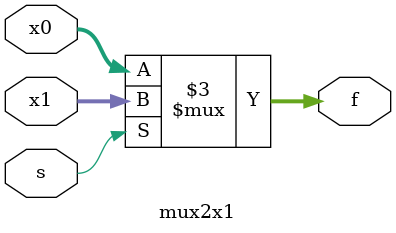
<source format=sv>
`timescale 1ns / 1ps


`timescale 1ns / 1ps
//////////////////////////////////////////////////////////////////////////////////
// Company: 
// Engineer: 
// 
// Create Date: 09/06/2024 11:34:32 PM
// Design Name: 
// Module Name: mux2x1
// Project Name: 
// Target Devices: 
// Tool Versions: 
// Description: 
// 
// Dependencies: 
// 
// Revision:
// Revision 0.01 - File Created
// Additional Comments:
// 
//////////////////////////////////////////////////////////////////////////////////


module mux2x1(
        input logic [7:0] x0,
        input logic [7:0] x1,
        input logic s,
        output logic [7:0] f
    );
    
    always_comb
    begin
        if(s)
            f = x1;
        else
            f = x0;
    end
    
endmodule

</source>
